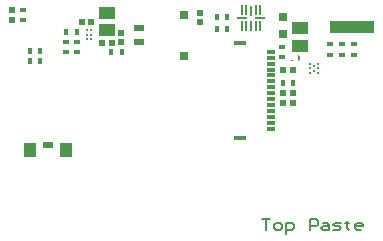
<source format=gbr>
G04 Layer_Color=8421504*
%FSLAX45Y45*%
%MOMM*%
%TF.FileFunction,Paste,Top*%
%TF.Part,Single*%
%TFFileComment,The blind Vias under BGA and Other Pads are Via-In-Pad (VIP)*%
G01*
G75*
%TA.AperFunction,SMDPad,CuDef*%
%ADD10R,0.80000X0.70000*%
%ADD11R,0.85000X0.60000*%
%ADD12R,1.00000X0.30000*%
%ADD13R,0.70000X0.30000*%
%ADD14R,1.00000X1.20000*%
%ADD15R,0.90000X0.50000*%
%ADD17R,3.76000X1.00000*%
%ADD19R,0.50000X0.60000*%
%ADD20R,1.37000X0.99000*%
G04:AMPARAMS|DCode=21|XSize=0.25mm|YSize=0.5mm|CornerRadius=0.0625mm|HoleSize=0mm|Usage=FLASHONLY|Rotation=0.000|XOffset=0mm|YOffset=0mm|HoleType=Round|Shape=RoundedRectangle|*
%AMROUNDEDRECTD21*
21,1,0.25000,0.37500,0,0,0.0*
21,1,0.12500,0.50000,0,0,0.0*
1,1,0.12500,0.06250,-0.18750*
1,1,0.12500,-0.06250,-0.18750*
1,1,0.12500,-0.06250,0.18750*
1,1,0.12500,0.06250,0.18750*
%
%ADD21ROUNDEDRECTD21*%
%TA.AperFunction,BGAPad,CuDef*%
%ADD24C,0.25000*%
%TA.AperFunction,SMDPad,CuDef*%
%ADD25O,0.20000X0.85000*%
%ADD26O,0.20000X0.90000*%
%ADD27O,0.90000X0.18000*%
%ADD28R,0.40000X0.60000*%
%ADD29R,0.60000X0.40000*%
%TA.AperFunction,BGAPad,SMDef*%
%ADD30C,0.27000*%
%TA.AperFunction,SMDPad,CuDef*%
%ADD31R,0.76200X0.76200*%
%ADD32R,0.56000X0.52000*%
%ADD33R,0.52000X0.56000*%
%TA.AperFunction,NonConductor*%
%ADD39C,0.15000*%
%TA.AperFunction,SMDPad,CuDef*%
G04:AMPARAMS|DCode=87|XSize=0.08mm|YSize=0.17mm|CornerRadius=0mm|HoleSize=0mm|Usage=FLASHONLY|Rotation=90.000|XOffset=0mm|YOffset=0mm|HoleType=Round|Shape=RoundedRectangle|*
%AMROUNDEDRECTD87*
21,1,0.08000,0.17000,0,0,90.0*
21,1,0.08000,0.17000,0,0,90.0*
1,1,0.00000,0.08500,0.04000*
1,1,0.00000,0.08500,-0.04000*
1,1,0.00000,-0.08500,-0.04000*
1,1,0.00000,-0.08500,0.04000*
%
%ADD87ROUNDEDRECTD87*%
%ADD88R,0.19000X0.10000*%
D10*
X1132629Y-244614D02*
D03*
Y105386D02*
D03*
D11*
X755129Y-129614D02*
D03*
Y-9614D02*
D03*
D12*
X1609000Y-131000D02*
D03*
Y-939000D02*
D03*
D13*
X1874000Y-210000D02*
D03*
Y-260000D02*
D03*
Y-810000D02*
D03*
Y-310000D02*
D03*
Y-760000D02*
D03*
Y-710000D02*
D03*
Y-410000D02*
D03*
Y-660000D02*
D03*
Y-460000D02*
D03*
Y-510000D02*
D03*
Y-560000D02*
D03*
Y-610000D02*
D03*
Y-860000D02*
D03*
Y-360000D02*
D03*
D14*
X135120Y-1040460D02*
D03*
X-164880D02*
D03*
D15*
X-14880Y-995460D02*
D03*
D17*
X2556063Y1073D02*
D03*
D19*
X2121039Y-131934D02*
D03*
Y-31934D02*
D03*
D20*
Y-6434D02*
D03*
Y-157434D02*
D03*
X484486Y-28584D02*
D03*
Y122416D02*
D03*
D21*
X2111960Y-261750D02*
D03*
D24*
X310629Y-23614D02*
D03*
X350629D02*
D03*
X310629Y-63614D02*
D03*
X350629D02*
D03*
X310629Y-103614D02*
D03*
X350629D02*
D03*
D25*
X1622236Y6959D02*
D03*
X1662235D02*
D03*
X1742236D02*
D03*
X1782235D02*
D03*
Y141959D02*
D03*
X1742236D02*
D03*
X1662235D02*
D03*
X1622236D02*
D03*
D26*
X1702236Y9459D02*
D03*
Y139459D02*
D03*
D27*
X1782235Y74459D02*
D03*
X1622236D02*
D03*
D28*
X1971400Y-475980D02*
D03*
X2061400D02*
D03*
X135629Y-38614D02*
D03*
X225629D02*
D03*
X1411968Y86474D02*
D03*
X1501969D02*
D03*
X609629Y-210574D02*
D03*
X519629D02*
D03*
X1501969Y-18684D02*
D03*
X1411968D02*
D03*
X-80471Y-200584D02*
D03*
X-170471D02*
D03*
Y-288014D02*
D03*
X-80471D02*
D03*
D29*
X135629Y-123614D02*
D03*
Y-213614D02*
D03*
X225629D02*
D03*
Y-123614D02*
D03*
X2369622Y-144814D02*
D03*
Y-234814D02*
D03*
X2570529D02*
D03*
Y-144814D02*
D03*
X2470076Y-234814D02*
D03*
Y-144814D02*
D03*
X1966689Y-167020D02*
D03*
Y-257020D02*
D03*
X-229371Y56386D02*
D03*
Y146386D02*
D03*
D30*
X2268770Y-389480D02*
D03*
X2199470D02*
D03*
X2234120Y-369490D02*
D03*
X2268770Y-349480D02*
D03*
X2199470D02*
D03*
X2234120Y-329470D02*
D03*
X2268770Y-309480D02*
D03*
X2199470D02*
D03*
D31*
X1974789Y80816D02*
D03*
Y-58884D02*
D03*
D32*
X2055400Y-558100D02*
D03*
X1977400D02*
D03*
X271629Y46386D02*
D03*
X349629D02*
D03*
X522719Y-131280D02*
D03*
X444719D02*
D03*
X1977400Y-643860D02*
D03*
X2055400D02*
D03*
X1977400Y-367430D02*
D03*
X2055400D02*
D03*
D33*
X605629Y-52280D02*
D03*
Y-130280D02*
D03*
X1273629Y42416D02*
D03*
Y120416D02*
D03*
X-319371Y140386D02*
D03*
Y62386D02*
D03*
D39*
X1799430Y-1622042D02*
X1866076D01*
X1832753D01*
Y-1722010D01*
X1916060D02*
X1949382D01*
X1966043Y-1705348D01*
Y-1672026D01*
X1949382Y-1655364D01*
X1916060D01*
X1899398Y-1672026D01*
Y-1705348D01*
X1916060Y-1722010D01*
X1999366Y-1755332D02*
Y-1655364D01*
X2049350D01*
X2066011Y-1672026D01*
Y-1705348D01*
X2049350Y-1722010D01*
X1999366D01*
X2199302D02*
Y-1622042D01*
X2249286D01*
X2265947Y-1638703D01*
Y-1672026D01*
X2249286Y-1688687D01*
X2199302D01*
X2315931Y-1655364D02*
X2349253D01*
X2365914Y-1672026D01*
Y-1722010D01*
X2315931D01*
X2299269Y-1705348D01*
X2315931Y-1688687D01*
X2365914D01*
X2399237Y-1722010D02*
X2449221D01*
X2465882Y-1705348D01*
X2449221Y-1688687D01*
X2415899D01*
X2399237Y-1672026D01*
X2415899Y-1655364D01*
X2465882D01*
X2515866Y-1638703D02*
Y-1655364D01*
X2499205D01*
X2532528D01*
X2515866D01*
Y-1705348D01*
X2532528Y-1722010D01*
X2632495D02*
X2599173D01*
X2582511Y-1705348D01*
Y-1672026D01*
X2599173Y-1655364D01*
X2632495D01*
X2649156Y-1672026D01*
Y-1688687D01*
X2582511D01*
D87*
X2046960Y-279250D02*
D03*
D88*
Y-244250D02*
D03*
%TF.MD5,6d9d2da35e4f84945efbf841cb594b72*%
M02*

</source>
